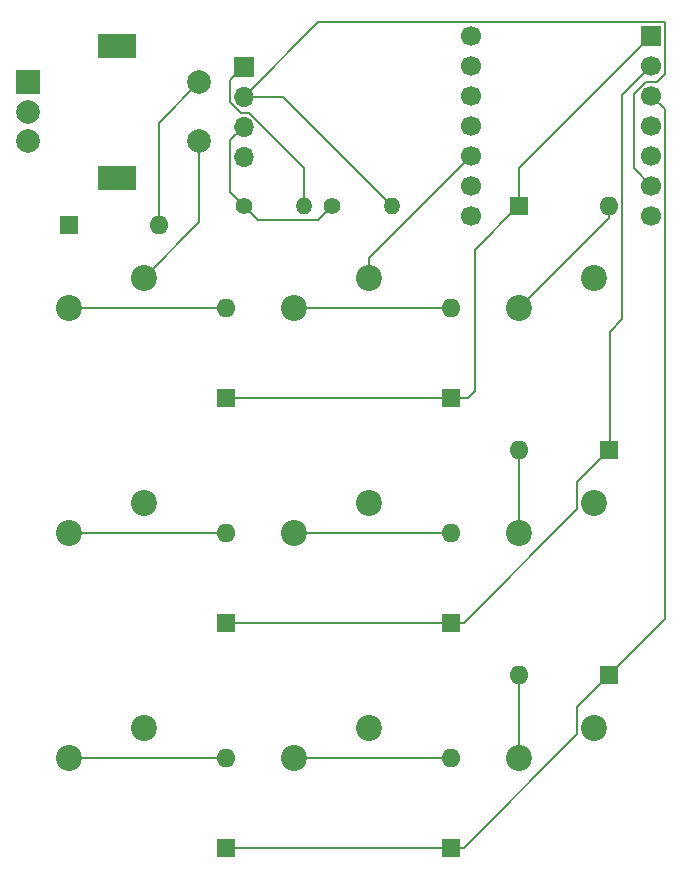
<source format=gbr>
%TF.GenerationSoftware,KiCad,Pcbnew,8.0.5*%
%TF.CreationDate,2024-10-24T23:33:22-07:00*%
%TF.ProjectId,HackPad,4861636b-5061-4642-9e6b-696361645f70,rev?*%
%TF.SameCoordinates,Original*%
%TF.FileFunction,Copper,L2,Bot*%
%TF.FilePolarity,Positive*%
%FSLAX46Y46*%
G04 Gerber Fmt 4.6, Leading zero omitted, Abs format (unit mm)*
G04 Created by KiCad (PCBNEW 8.0.5) date 2024-10-24 23:33:22*
%MOMM*%
%LPD*%
G01*
G04 APERTURE LIST*
%TA.AperFunction,ComponentPad*%
%ADD10C,2.200000*%
%TD*%
%TA.AperFunction,ComponentPad*%
%ADD11R,1.700000X1.700000*%
%TD*%
%TA.AperFunction,ComponentPad*%
%ADD12O,1.700000X1.700000*%
%TD*%
%TA.AperFunction,ComponentPad*%
%ADD13C,1.400000*%
%TD*%
%TA.AperFunction,ComponentPad*%
%ADD14O,1.400000X1.400000*%
%TD*%
%TA.AperFunction,ComponentPad*%
%ADD15R,1.600000X1.600000*%
%TD*%
%TA.AperFunction,ComponentPad*%
%ADD16O,1.600000X1.600000*%
%TD*%
%TA.AperFunction,ComponentPad*%
%ADD17R,2.000000X2.000000*%
%TD*%
%TA.AperFunction,ComponentPad*%
%ADD18C,2.000000*%
%TD*%
%TA.AperFunction,ComponentPad*%
%ADD19R,3.200000X2.000000*%
%TD*%
%TA.AperFunction,ComponentPad*%
%ADD20C,1.700000*%
%TD*%
%TA.AperFunction,Conductor*%
%ADD21C,0.200000*%
%TD*%
G04 APERTURE END LIST*
D10*
%TO.P,SW1,1,1*%
%TO.N,1S1*%
X53490000Y-66370000D03*
%TO.P,SW1,2,2*%
%TO.N,Net-(D1-A)*%
X47140000Y-68910000D03*
%TD*%
D11*
%TO.P,J2,1,Pin_1*%
%TO.N,Net-(J2-Pin_1)*%
X61954000Y-48510000D03*
D12*
%TO.P,J2,2,Pin_2*%
%TO.N,Net-(J2-Pin_2)*%
X61954000Y-51050000D03*
%TO.P,J2,3,Pin_3*%
%TO.N,+5V*%
X61954000Y-53590000D03*
%TO.P,J2,4,Pin_4*%
%TO.N,GND*%
X61954000Y-56130000D03*
%TD*%
D10*
%TO.P,SW10,1,1*%
%TO.N,Column 3*%
X91590000Y-85420000D03*
%TO.P,SW10,2,2*%
%TO.N,Net-(D10-A)*%
X85240000Y-87960000D03*
%TD*%
%TO.P,SW7,1,1*%
%TO.N,Column 2*%
X72540000Y-104470000D03*
%TO.P,SW7,2,2*%
%TO.N,Net-(D7-A)*%
X66190000Y-107010000D03*
%TD*%
%TO.P,SW3,1,1*%
%TO.N,1S1*%
X53490000Y-104470000D03*
%TO.P,SW3,2,2*%
%TO.N,Net-(D3-A)*%
X47140000Y-107010000D03*
%TD*%
%TO.P,SW6,1,1*%
%TO.N,Column 2*%
X72540000Y-85420000D03*
%TO.P,SW6,2,2*%
%TO.N,Net-(D6-A)*%
X66190000Y-87960000D03*
%TD*%
%TO.P,SW2,1,1*%
%TO.N,1S1*%
X53490000Y-85420000D03*
%TO.P,SW2,2,2*%
%TO.N,Net-(D2-A)*%
X47140000Y-87960000D03*
%TD*%
D13*
%TO.P,R3,1*%
%TO.N,+5V*%
X69460000Y-60292500D03*
D14*
%TO.P,R3,2*%
%TO.N,Net-(J2-Pin_2)*%
X74540000Y-60292500D03*
%TD*%
D10*
%TO.P,SW5,1,1*%
%TO.N,Column 2*%
X72540000Y-66370000D03*
%TO.P,SW5,2,2*%
%TO.N,Net-(D5-A)*%
X66190000Y-68910000D03*
%TD*%
%TO.P,SW9,1,1*%
%TO.N,Column 3*%
X91590000Y-66370000D03*
%TO.P,SW9,2,2*%
%TO.N,Net-(D9-A)*%
X85240000Y-68910000D03*
%TD*%
%TO.P,SW11,1,1*%
%TO.N,Column 3*%
X91590000Y-104470000D03*
%TO.P,SW11,2,2*%
%TO.N,Net-(D11-A)*%
X85240000Y-107010000D03*
%TD*%
D15*
%TO.P,D9,1,K*%
%TO.N,Row 1*%
X85240000Y-60292500D03*
D16*
%TO.P,D9,2,A*%
%TO.N,Net-(D9-A)*%
X92860000Y-60292500D03*
%TD*%
D13*
%TO.P,R4,1*%
%TO.N,+5V*%
X61960000Y-60292500D03*
D14*
%TO.P,R4,2*%
%TO.N,Net-(J2-Pin_1)*%
X67040000Y-60292500D03*
%TD*%
D17*
%TO.P,SW13,A,A*%
%TO.N,1A*%
X43700000Y-49820000D03*
D18*
%TO.P,SW13,B,B*%
%TO.N,1B*%
X43700000Y-54820000D03*
%TO.P,SW13,C,C*%
%TO.N,GND*%
X43700000Y-52320000D03*
D19*
%TO.P,SW13,MP*%
%TO.N,N/C*%
X51200000Y-46720000D03*
X51200000Y-57920000D03*
D18*
%TO.P,SW13,S1,S1*%
%TO.N,1S1*%
X58200000Y-54820000D03*
%TO.P,SW13,S2,S2*%
%TO.N,1S2*%
X58200000Y-49820000D03*
%TD*%
D15*
%TO.P,D22,1,K*%
%TO.N,Row 4*%
X47140000Y-61925000D03*
D16*
%TO.P,D22,2,A*%
%TO.N,1S2*%
X54760000Y-61925000D03*
%TD*%
D15*
%TO.P,D2,1,K*%
%TO.N,Row 2*%
X60475000Y-95580000D03*
D16*
%TO.P,D2,2,A*%
%TO.N,Net-(D2-A)*%
X60475000Y-87960000D03*
%TD*%
D15*
%TO.P,D7,1,K*%
%TO.N,Row 3*%
X79525000Y-114630000D03*
D16*
%TO.P,D7,2,A*%
%TO.N,Net-(D7-A)*%
X79525000Y-107010000D03*
%TD*%
D15*
%TO.P,D5,1,K*%
%TO.N,Row 1*%
X79525000Y-76530000D03*
D16*
%TO.P,D5,2,A*%
%TO.N,Net-(D5-A)*%
X79525000Y-68910000D03*
%TD*%
D15*
%TO.P,D6,1,K*%
%TO.N,Row 2*%
X79525000Y-95580000D03*
D16*
%TO.P,D6,2,A*%
%TO.N,Net-(D6-A)*%
X79525000Y-87960000D03*
%TD*%
D15*
%TO.P,D10,1,K*%
%TO.N,Row 2*%
X92860000Y-80975000D03*
D16*
%TO.P,D10,2,A*%
%TO.N,Net-(D10-A)*%
X85240000Y-80975000D03*
%TD*%
D11*
%TO.P,U1,1,PA02_A0_D0*%
%TO.N,Row 1*%
X96479750Y-45875015D03*
D20*
%TO.P,U1,2,PA4_A1_D1*%
%TO.N,Row 2*%
X96479750Y-48415015D03*
%TO.P,U1,3,PA10_A2_D2*%
%TO.N,Row 3*%
X96479750Y-50955015D03*
%TO.P,U1,4,PA11_A3_D3*%
%TO.N,Row 4*%
X96479750Y-53495015D03*
%TO.P,U1,5,PA8_A4_D4_SDA*%
%TO.N,Net-(J2-Pin_1)*%
X96479750Y-56035015D03*
%TO.P,U1,6,PA9_A5_D5_SCL*%
%TO.N,Net-(J2-Pin_2)*%
X96479750Y-58575015D03*
%TO.P,U1,7,PB08_A6_D6_TX*%
%TO.N,1B*%
X96479750Y-61115015D03*
%TO.P,U1,8,PB09_A7_D7_RX*%
%TO.N,1A*%
X81229750Y-61115015D03*
%TO.P,U1,9,PA7_A8_D8_SCK*%
%TO.N,Column 3*%
X81229750Y-58575015D03*
%TO.P,U1,10,PA5_A9_D9_MISO*%
%TO.N,Column 2*%
X81229750Y-56035015D03*
%TO.P,U1,11,PA6_A10_D10_MOSI*%
%TO.N,1S1*%
X81229750Y-53495015D03*
%TO.P,U1,12,3V3*%
%TO.N,unconnected-(U1-3V3-Pad12)*%
X81229750Y-50955015D03*
%TO.P,U1,13,GND*%
%TO.N,GND*%
X81229750Y-48415015D03*
%TO.P,U1,14,5V*%
%TO.N,+5V*%
X81229750Y-45875015D03*
%TD*%
D15*
%TO.P,D3,1,K*%
%TO.N,Row 3*%
X60475000Y-114630000D03*
D16*
%TO.P,D3,2,A*%
%TO.N,Net-(D3-A)*%
X60475000Y-107010000D03*
%TD*%
D15*
%TO.P,D11,1,K*%
%TO.N,Row 3*%
X92860000Y-100025000D03*
D16*
%TO.P,D11,2,A*%
%TO.N,Net-(D11-A)*%
X85240000Y-100025000D03*
%TD*%
D15*
%TO.P,D1,1,K*%
%TO.N,Row 1*%
X60475000Y-76530000D03*
D16*
%TO.P,D1,2,A*%
%TO.N,Net-(D1-A)*%
X60475000Y-68910000D03*
%TD*%
D21*
%TO.N,Row 1*%
X85207500Y-60292500D02*
X85240000Y-60292500D01*
X80970000Y-76530000D02*
X81500000Y-76000000D01*
X81500000Y-64000000D02*
X85207500Y-60292500D01*
X85240000Y-57114765D02*
X96479750Y-45875015D01*
X81500000Y-76000000D02*
X81500000Y-64000000D01*
X79525000Y-76530000D02*
X80970000Y-76530000D01*
X85240000Y-60292500D02*
X85240000Y-57114765D01*
X60475000Y-76530000D02*
X79525000Y-76530000D01*
%TO.N,Net-(D1-A)*%
X47140000Y-68910000D02*
X60475000Y-68910000D01*
%TO.N,Net-(D2-A)*%
X47140000Y-87960000D02*
X60475000Y-87960000D01*
%TO.N,Net-(D3-A)*%
X47140000Y-107010000D02*
X60475000Y-107010000D01*
%TO.N,Row 2*%
X90190000Y-83645000D02*
X92860000Y-80975000D01*
X90190000Y-85977056D02*
X90190000Y-83645000D01*
X92930000Y-70952944D02*
X94000000Y-69882944D01*
X60475000Y-95580000D02*
X79525000Y-95580000D01*
X79525000Y-95580000D02*
X80587056Y-95580000D01*
X94000000Y-69882944D02*
X94000000Y-50894765D01*
X92930000Y-80905000D02*
X92930000Y-70952944D01*
X80587056Y-95580000D02*
X90190000Y-85977056D01*
X94000000Y-50894765D02*
X96479750Y-48415015D01*
X92860000Y-80975000D02*
X92930000Y-80905000D01*
%TO.N,Column 2*%
X72540000Y-64724765D02*
X72540000Y-66370000D01*
X81229750Y-56035015D02*
X72540000Y-64724765D01*
%TO.N,Net-(D5-A)*%
X66190000Y-68910000D02*
X79525000Y-68910000D01*
%TO.N,Net-(D6-A)*%
X66190000Y-87960000D02*
X79525000Y-87960000D01*
%TO.N,Net-(D7-A)*%
X66190000Y-107010000D02*
X79525000Y-107010000D01*
%TO.N,Row 3*%
X97629750Y-52105015D02*
X96479750Y-50955015D01*
X90190000Y-102695000D02*
X92860000Y-100025000D01*
X92860000Y-100025000D02*
X97629750Y-95255250D01*
X79525000Y-114630000D02*
X80587056Y-114630000D01*
X90190000Y-105027056D02*
X90190000Y-102695000D01*
X60475000Y-114630000D02*
X79525000Y-114630000D01*
X80587056Y-114630000D02*
X90190000Y-105027056D01*
X97629750Y-95255250D02*
X97629750Y-52105015D01*
%TO.N,Net-(D9-A)*%
X92860000Y-61290000D02*
X92860000Y-60292500D01*
X85240000Y-68910000D02*
X92860000Y-61290000D01*
%TO.N,Net-(D10-A)*%
X85240000Y-87960000D02*
X85240000Y-80975000D01*
%TO.N,Net-(D11-A)*%
X85240000Y-107010000D02*
X85240000Y-100025000D01*
%TO.N,Net-(J2-Pin_2)*%
X97629750Y-49131361D02*
X96956096Y-49805015D01*
X95000000Y-57095265D02*
X96479750Y-58575015D01*
X68278985Y-44725015D02*
X97629750Y-44725015D01*
X65297500Y-51050000D02*
X61954000Y-51050000D01*
X61954000Y-51050000D02*
X68278985Y-44725015D01*
X97629750Y-44725015D02*
X97629750Y-49131361D01*
X74540000Y-60292500D02*
X65297500Y-51050000D01*
X96956096Y-49805015D02*
X96003404Y-49805015D01*
X96003404Y-49805015D02*
X95000000Y-50808419D01*
X95000000Y-50808419D02*
X95000000Y-57095265D01*
%TO.N,Net-(J2-Pin_1)*%
X60804000Y-49660000D02*
X61954000Y-48510000D01*
X67040000Y-57049654D02*
X62430346Y-52440000D01*
X60804000Y-51526346D02*
X60804000Y-49660000D01*
X67040000Y-60292500D02*
X67040000Y-57049654D01*
X62430346Y-52440000D02*
X61717654Y-52440000D01*
X61717654Y-52440000D02*
X60804000Y-51526346D01*
%TO.N,+5V*%
X61960000Y-60292500D02*
X63167500Y-61500000D01*
X60804000Y-59136500D02*
X60804000Y-54740000D01*
X68252500Y-61500000D02*
X69460000Y-60292500D01*
X60804000Y-54740000D02*
X61954000Y-53590000D01*
X61960000Y-60292500D02*
X60804000Y-59136500D01*
X63167500Y-61500000D02*
X68252500Y-61500000D01*
%TO.N,1S2*%
X54760000Y-53260000D02*
X58200000Y-49820000D01*
X54760000Y-61925000D02*
X54760000Y-53260000D01*
%TO.N,1S1*%
X58200000Y-61660000D02*
X58200000Y-54820000D01*
X53490000Y-66370000D02*
X58200000Y-61660000D01*
%TO.N,1B*%
X43700000Y-54820000D02*
X43500000Y-55020000D01*
%TO.N,1A*%
X80939735Y-60825000D02*
X81229750Y-61115015D01*
%TD*%
M02*

</source>
